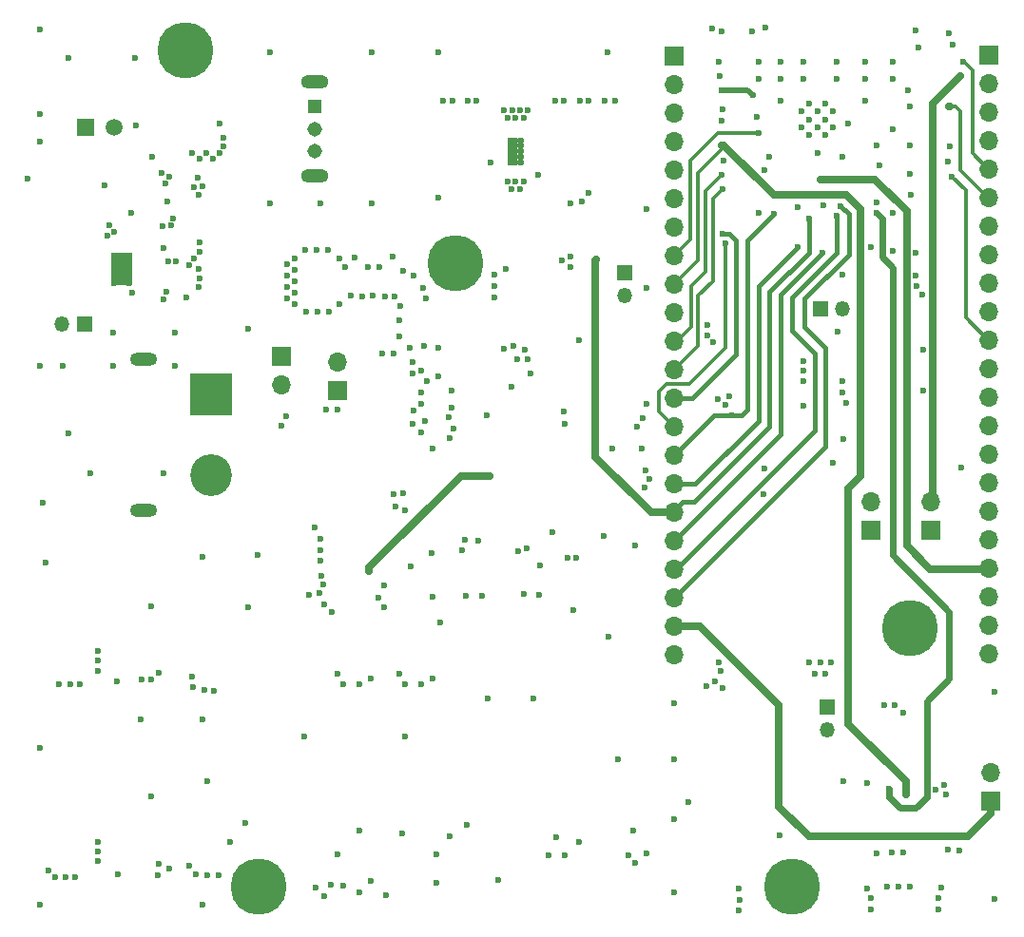
<source format=gbr>
%TF.GenerationSoftware,KiCad,Pcbnew,9.0.0*%
%TF.CreationDate,2025-05-21T17:06:58+02:00*%
%TF.ProjectId,DKWS_PCB,444b5753-5f50-4434-922e-6b696361645f,rev?*%
%TF.SameCoordinates,Original*%
%TF.FileFunction,Copper,L4,Bot*%
%TF.FilePolarity,Positive*%
%FSLAX46Y46*%
G04 Gerber Fmt 4.6, Leading zero omitted, Abs format (unit mm)*
G04 Created by KiCad (PCBNEW 9.0.0) date 2025-05-21 17:06:58*
%MOMM*%
%LPD*%
G01*
G04 APERTURE LIST*
%TA.AperFunction,HeatsinkPad*%
%ADD10C,0.600000*%
%TD*%
%TA.AperFunction,ComponentPad*%
%ADD11R,1.700000X1.700000*%
%TD*%
%TA.AperFunction,ComponentPad*%
%ADD12O,1.700000X1.700000*%
%TD*%
%TA.AperFunction,ComponentPad*%
%ADD13C,0.800000*%
%TD*%
%TA.AperFunction,ComponentPad*%
%ADD14C,5.000000*%
%TD*%
%TA.AperFunction,ComponentPad*%
%ADD15R,1.350000X1.350000*%
%TD*%
%TA.AperFunction,ComponentPad*%
%ADD16O,1.350000X1.350000*%
%TD*%
%TA.AperFunction,ComponentPad*%
%ADD17R,1.308000X1.308000*%
%TD*%
%TA.AperFunction,ComponentPad*%
%ADD18C,1.308000*%
%TD*%
%TA.AperFunction,ComponentPad*%
%ADD19O,2.460000X1.230000*%
%TD*%
%TA.AperFunction,HeatsinkPad*%
%ADD20R,1.900000X2.900000*%
%TD*%
%TA.AperFunction,ComponentPad*%
%ADD21C,1.508000*%
%TD*%
%TA.AperFunction,ComponentPad*%
%ADD22R,1.508000X1.508000*%
%TD*%
%TA.AperFunction,ComponentPad*%
%ADD23C,0.600000*%
%TD*%
%TA.AperFunction,ComponentPad*%
%ADD24R,3.716000X3.716000*%
%TD*%
%TA.AperFunction,ComponentPad*%
%ADD25C,3.716000*%
%TD*%
%TA.AperFunction,ComponentPad*%
%ADD26O,2.400000X1.200000*%
%TD*%
%TA.AperFunction,ViaPad*%
%ADD27C,0.600000*%
%TD*%
%TA.AperFunction,Conductor*%
%ADD28C,0.300000*%
%TD*%
%TA.AperFunction,Conductor*%
%ADD29C,1.000000*%
%TD*%
%TA.AperFunction,Conductor*%
%ADD30C,0.400000*%
%TD*%
%TA.AperFunction,Conductor*%
%ADD31C,0.500000*%
%TD*%
%TA.AperFunction,Conductor*%
%ADD32C,0.700000*%
%TD*%
%TA.AperFunction,Conductor*%
%ADD33C,0.600000*%
%TD*%
%TA.AperFunction,Conductor*%
%ADD34C,0.250000*%
%TD*%
%TA.AperFunction,Conductor*%
%ADD35C,0.750000*%
%TD*%
G04 APERTURE END LIST*
D10*
%TO.P,U1,41,GND*%
%TO.N,3.3V GND*%
X92318500Y-49315500D03*
X92318500Y-50715500D03*
X93018500Y-48615500D03*
X93018500Y-50015500D03*
X93018500Y-51415500D03*
X93718500Y-49315500D03*
X93718500Y-50715500D03*
X94418500Y-48615500D03*
X94418500Y-50015500D03*
X94418500Y-51415500D03*
X95118500Y-49315500D03*
X95118500Y-50715500D03*
%TD*%
D11*
%TO.P,J1,1,Pin_1*%
%TO.N,3.3V GND*%
X108968500Y-44285500D03*
D12*
%TO.P,J1,2,Pin_2*%
%TO.N,Net-(J1-Pin_2)*%
X108968500Y-46825500D03*
%TO.P,J1,3,Pin_3*%
%TO.N,Net-(J1-Pin_3)*%
X108968500Y-49365500D03*
%TO.P,J1,4,Pin_4*%
%TO.N,Voltage Measure*%
X108968500Y-51905500D03*
%TO.P,J1,5,Pin_5*%
%TO.N,Net-(J1-Pin_5)*%
X108968500Y-54445500D03*
%TO.P,J1,6,Pin_6*%
%TO.N,Net-(J1-Pin_6)*%
X108968500Y-56985500D03*
%TO.P,J1,7,Pin_7*%
%TO.N,Net-(J1-Pin_7)*%
X108968500Y-59525500D03*
%TO.P,J1,8,Pin_8*%
%TO.N,Net-(J1-Pin_8)*%
X108968500Y-62065500D03*
%TO.P,J1,9,Pin_9*%
%TO.N,Net-(J1-Pin_9)*%
X108968500Y-64605500D03*
%TO.P,J1,10,Pin_10*%
%TO.N,Net-(J1-Pin_10)*%
X108968500Y-67145500D03*
%TO.P,J1,11,Pin_11*%
%TO.N,Net-(J1-Pin_11)*%
X108968500Y-69685500D03*
%TO.P,J1,12,Pin_12*%
%TO.N,Net-(J1-Pin_12)*%
X108968500Y-72225500D03*
%TO.P,J1,13,Pin_13*%
%TO.N,Net-(J1-Pin_13)*%
X108968500Y-74765500D03*
%TO.P,J1,14,Pin_14*%
%TO.N,Net-(J1-Pin_14)*%
X108968500Y-77305500D03*
%TO.P,J1,15,Pin_15*%
%TO.N,Net-(J1-Pin_15)*%
X108968500Y-79845500D03*
%TO.P,J1,16,Pin_16*%
%TO.N,Net-(J1-Pin_16)*%
X108968500Y-82385500D03*
%TO.P,J1,17,Pin_17*%
%TO.N,Net-(J1-Pin_17)*%
X108968500Y-84925500D03*
%TO.P,J1,18,Pin_18*%
%TO.N,Net-(J1-Pin_18)*%
X108968500Y-87465500D03*
%TO.P,J1,19,Pin_19*%
%TO.N,Net-(J1-Pin_19)*%
X108968500Y-90005500D03*
%TO.P,J1,20,Pin_20*%
%TO.N,Net-(J1-Pin_20)*%
X108968500Y-92545500D03*
%TO.P,J1,21,Pin_21*%
%TO.N,3.3V GND*%
X108968500Y-95085500D03*
%TO.P,J1,22,Pin_22*%
X108968500Y-97625500D03*
%TD*%
D11*
%TO.P,JP3,1,A*%
%TO.N,Net-(JP3-A)*%
X50968500Y-74140500D03*
D12*
%TO.P,JP3,2,B*%
%TO.N,Net-(JP3-B)*%
X50968500Y-71600500D03*
%TD*%
D13*
%TO.P,H2,1*%
%TO.N,3.3V GND*%
X59593500Y-62865500D03*
X60142675Y-61539675D03*
X60142675Y-64191325D03*
X61468500Y-60990500D03*
D14*
X61468500Y-62865500D03*
D13*
X61468500Y-64740500D03*
X62794325Y-61539675D03*
X62794325Y-64191325D03*
X63343500Y-62865500D03*
%TD*%
D15*
%TO.P,JP6,1,A*%
%TO.N,3.3V OUT*%
X93968500Y-66865500D03*
D16*
%TO.P,JP6,2,B*%
%TO.N,Net-(JP6-B)*%
X95968500Y-66865500D03*
%TD*%
D17*
%TO.P,S1,1*%
%TO.N,3.3V GND*%
X48968500Y-48865500D03*
D18*
%TO.P,S1,2*%
%TO.N,Charger GND*%
X48968500Y-50865500D03*
%TO.P,S1,3*%
%TO.N,unconnected-(S1-Pad3)*%
X48968500Y-52865500D03*
D19*
%TO.P,S1,S1,SHIELD*%
%TO.N,3.3V GND*%
X48968500Y-46665500D03*
%TO.P,S1,S2,SHIELD*%
X48968500Y-55065500D03*
%TD*%
D11*
%TO.P,JP9,1,A*%
%TO.N,5V OUT*%
X109158500Y-110740500D03*
D12*
%TO.P,JP9,2,B*%
%TO.N,Net-(D6-A)*%
X109158500Y-108200500D03*
%TD*%
D13*
%TO.P,H1,1*%
%TO.N,3.3V GND*%
X35593500Y-43865500D03*
X36142675Y-42539675D03*
X36142675Y-45191325D03*
X37468500Y-41990500D03*
D14*
X37468500Y-43865500D03*
D13*
X37468500Y-45740500D03*
X38794325Y-42539675D03*
X38794325Y-45191325D03*
X39343500Y-43865500D03*
%TD*%
D11*
%TO.P,JP2,1,A*%
%TO.N,Main_TXD*%
X98468500Y-86620500D03*
D12*
%TO.P,JP2,2,B*%
%TO.N,Net-(J1-Pin_3)*%
X98468500Y-84080500D03*
%TD*%
D11*
%TO.P,J2,1,Pin_1*%
%TO.N,3.3V OUT*%
X80968500Y-44365500D03*
D12*
%TO.P,J2,2,Pin_2*%
X80968500Y-46905500D03*
%TO.P,J2,3,Pin_3*%
%TO.N,Net-(J2-Pin_3)*%
X80968500Y-49445500D03*
%TO.P,J2,4,Pin_4*%
%TO.N,Temperature*%
X80968500Y-51985500D03*
%TO.P,J2,5,Pin_5*%
%TO.N,Sensors PWR*%
X80968500Y-54525500D03*
%TO.P,J2,6,Pin_6*%
%TO.N,Net-(J2-Pin_6)*%
X80968500Y-57065500D03*
%TO.P,J2,7,Pin_7*%
%TO.N,Net-(J2-Pin_7)*%
X80968500Y-59605500D03*
%TO.P,J2,8,Pin_8*%
%TO.N,RS232_TX*%
X80968500Y-62145500D03*
%TO.P,J2,9,Pin_9*%
%TO.N,RS232_RX*%
X80968500Y-64685500D03*
%TO.P,J2,10,Pin_10*%
%TO.N,SDS_RX*%
X80968500Y-67225500D03*
%TO.P,J2,11,Pin_11*%
%TO.N,SDS_TX*%
X80968500Y-69765500D03*
%TO.P,J2,12,Pin_12*%
%TO.N,VEML_SDA*%
X80968500Y-72305500D03*
%TO.P,J2,13,Pin_13*%
%TO.N,Net-(J2-Pin_13)*%
X80968500Y-74845500D03*
%TO.P,J2,14,Pin_14*%
%TO.N,Net-(J2-Pin_14)*%
X80968500Y-77385500D03*
%TO.P,J2,15,Pin_15*%
%TO.N,VEML_SCL*%
X80968500Y-79925500D03*
%TO.P,J2,16,Pin_16*%
%TO.N,ESP-BC RST*%
X80968500Y-82465500D03*
%TO.P,J2,17,Pin_17*%
%TO.N,PSM_EINT*%
X80968500Y-85005500D03*
%TO.P,J2,18,Pin_18*%
%TO.N,Net-(J2-Pin_18)*%
X80968500Y-87545500D03*
%TO.P,J2,19,Pin_19*%
%TO.N,Net-(J2-Pin_19)*%
X80968500Y-90085500D03*
%TO.P,J2,20,Pin_20*%
%TO.N,Net-(J2-Pin_20)*%
X80968500Y-92625500D03*
%TO.P,J2,21,Pin_21*%
%TO.N,5V OUT*%
X80968500Y-95165500D03*
%TO.P,J2,22,Pin_22*%
%TO.N,3.3V GND*%
X80968500Y-97705500D03*
%TD*%
D15*
%TO.P,JP10,1,A*%
%TO.N,SENS GND*%
X94603500Y-102365500D03*
D16*
%TO.P,JP10,2,B*%
%TO.N,Net-(JP10-B)*%
X94603500Y-104365500D03*
%TD*%
D11*
%TO.P,JP1,1,A*%
%TO.N,Main_RXD*%
X103833500Y-86620500D03*
D12*
%TO.P,JP1,2,B*%
%TO.N,Net-(J1-Pin_2)*%
X103833500Y-84080500D03*
%TD*%
D10*
%TO.P,U3,9,EPAD*%
%TO.N,Charger GND*%
X32468500Y-64565500D03*
X32468500Y-63365500D03*
X32468500Y-62165500D03*
D20*
X31768500Y-63365500D03*
D10*
X31068500Y-64565500D03*
X31068500Y-63365500D03*
X31068500Y-62165500D03*
%TD*%
D15*
%TO.P,JP8,1,A*%
%TO.N,Net-(J10-+)*%
X28468500Y-68265500D03*
D16*
%TO.P,JP8,2,B*%
%TO.N,Net-(D1-A)*%
X26468500Y-68265500D03*
%TD*%
D13*
%TO.P,H4,1*%
%TO.N,N/C*%
X42093500Y-118365500D03*
X42642675Y-117039675D03*
X42642675Y-119691325D03*
X43968500Y-116490500D03*
D14*
X43968500Y-118365500D03*
D13*
X43968500Y-120240500D03*
X45294325Y-117039675D03*
X45294325Y-119691325D03*
X45843500Y-118365500D03*
%TD*%
D15*
%TO.P,JP7,1,A*%
%TO.N,3.3V OUT*%
X76546000Y-63665500D03*
D16*
%TO.P,JP7,2,B*%
%TO.N,Net-(JP7-B)*%
X76546000Y-65665500D03*
%TD*%
D11*
%TO.P,JP5,1,A*%
%TO.N,3.3V OUT*%
X45968500Y-71090500D03*
D12*
%TO.P,JP5,2,B*%
%TO.N,Net-(JP5-B)*%
X45968500Y-73630500D03*
%TD*%
D21*
%TO.P,J6,1,1*%
%TO.N,Battery GND*%
X31063800Y-50703000D03*
D22*
%TO.P,J6,2,2*%
%TO.N,Charger OUT*%
X28563800Y-50703000D03*
%TD*%
D23*
%TO.P,U5,16,Pad*%
%TO.N,3.3V GND*%
X67368500Y-53865500D03*
%TO.P,U5,17,Pad*%
X66868500Y-53865500D03*
%TO.P,U5,18,Pad*%
X66368500Y-53865500D03*
%TO.P,U5,19,Pad*%
X67368500Y-53365500D03*
%TO.P,U5,20,Pad*%
X66868500Y-53365500D03*
%TO.P,U5,21,Pad*%
X66368500Y-53365500D03*
%TO.P,U5,22,Pad*%
X67368500Y-52865500D03*
%TO.P,U5,23,Pad*%
X66868500Y-52865500D03*
%TO.P,U5,24,Pad*%
X66368500Y-52865500D03*
%TO.P,U5,25,Pad*%
X67368500Y-52365500D03*
%TO.P,U5,26,Pad*%
X66868500Y-52365500D03*
%TO.P,U5,27,Pad*%
X66368500Y-52365500D03*
%TO.P,U5,28,Pad*%
X67368500Y-51865500D03*
%TO.P,U5,29,Pad*%
X66868500Y-51865500D03*
%TO.P,U5,30,Pad*%
X66368500Y-51865500D03*
%TD*%
D13*
%TO.P,H5,1*%
%TO.N,N/C*%
X89593500Y-118365500D03*
X90142675Y-117039675D03*
X90142675Y-119691325D03*
X91468500Y-116490500D03*
D14*
X91468500Y-118365500D03*
D13*
X91468500Y-120240500D03*
X92794325Y-117039675D03*
X92794325Y-119691325D03*
X93343500Y-118365500D03*
%TD*%
D24*
%TO.P,J10,1,+*%
%TO.N,Net-(J10-+)*%
X39713500Y-74515500D03*
D25*
%TO.P,J10,2,-*%
%TO.N,Charger GND*%
X39713500Y-81715500D03*
D26*
%TO.P,J10,S1*%
%TO.N,N/C*%
X33713500Y-71365500D03*
%TO.P,J10,S2*%
X33713500Y-84865500D03*
%TD*%
D13*
%TO.P,H3,1*%
%TO.N,3.3V GND*%
X100093500Y-95365500D03*
X100642675Y-94039675D03*
X100642675Y-96691325D03*
X101968500Y-93490500D03*
D14*
X101968500Y-95365500D03*
D13*
X101968500Y-97240500D03*
X103294325Y-94039675D03*
X103294325Y-96691325D03*
X103843500Y-95365500D03*
%TD*%
D27*
%TO.N,Net-(J10-+)*%
X35500000Y-61460500D03*
%TO.N,3.3V GND*%
X51146000Y-62440500D03*
X50121000Y-61615500D03*
X46468500Y-65940500D03*
X24500000Y-52000000D03*
X63340000Y-48380000D03*
X48000000Y-105000000D03*
X51691000Y-63165500D03*
X64968500Y-65865500D03*
X92468500Y-44865500D03*
X95968500Y-73365500D03*
X97968500Y-48365500D03*
X96000000Y-78500000D03*
X43000000Y-93500000D03*
X88950000Y-83370000D03*
X64968500Y-63865500D03*
X67968500Y-71365500D03*
X48968500Y-86365500D03*
X55998500Y-83385500D03*
X57778500Y-63955500D03*
X56588500Y-66665500D03*
X100468500Y-50865500D03*
X75000000Y-44000000D03*
X58758500Y-76865500D03*
X73360000Y-56560000D03*
X95468500Y-44865500D03*
X102468500Y-42085500D03*
X65968500Y-63365500D03*
X72020000Y-93730000D03*
X61191000Y-75665500D03*
X78500000Y-65000000D03*
X60000000Y-57000000D03*
X101968500Y-54865500D03*
X75710000Y-48380000D03*
X52968500Y-100365500D03*
X60000000Y-44000000D03*
X52528500Y-62275500D03*
X53178500Y-65755500D03*
X59500000Y-92510000D03*
X87918500Y-42185500D03*
X89128500Y-41865500D03*
X49191000Y-67115500D03*
X61308500Y-77515500D03*
X62590000Y-48380000D03*
X75159500Y-96110000D03*
X105758500Y-43325500D03*
X92500000Y-75550000D03*
X60370000Y-48380000D03*
X95968500Y-53365500D03*
X70968500Y-62555500D03*
X49468500Y-89365500D03*
X97968500Y-44865500D03*
X57658500Y-77105500D03*
X47146000Y-66440500D03*
X49968500Y-75865500D03*
X49778500Y-93195500D03*
X56968500Y-84865500D03*
X56868500Y-83325500D03*
X64968500Y-64865500D03*
X57798500Y-75945500D03*
X98968500Y-57365500D03*
X58468500Y-100365500D03*
X55908500Y-62235500D03*
X50968500Y-99365500D03*
X77688500Y-77415500D03*
X63519500Y-87540000D03*
X97968500Y-46365500D03*
X103078500Y-65655500D03*
X66138500Y-49865500D03*
X95968500Y-63865500D03*
X67265167Y-49225500D03*
X56968500Y-100365500D03*
X78368500Y-82765500D03*
X67568500Y-55575500D03*
X71768500Y-63145500D03*
X105468500Y-42365500D03*
X57468500Y-70365500D03*
X71150000Y-48380000D03*
X94268500Y-57665500D03*
X72540000Y-69690000D03*
X92458500Y-73335500D03*
X49728500Y-91465500D03*
X49468500Y-88365500D03*
X78191000Y-76665500D03*
X61191000Y-74165500D03*
X84328500Y-41915500D03*
X90468500Y-48365500D03*
X46468500Y-63940500D03*
X43010000Y-68630000D03*
X88468500Y-46365500D03*
X57691000Y-72665500D03*
X58468500Y-75365500D03*
X60119500Y-94840000D03*
X66551833Y-49225500D03*
X90468500Y-46365500D03*
X98968500Y-52365500D03*
X33050000Y-50520000D03*
X89038500Y-54525500D03*
X61280000Y-48380000D03*
X66863500Y-49865500D03*
X95468500Y-46365500D03*
X71708500Y-62215500D03*
X50218500Y-67115500D03*
X72240000Y-89100000D03*
X55118500Y-93455500D03*
X96268500Y-75255500D03*
X85518500Y-75445500D03*
X34520000Y-53300000D03*
X100468500Y-46365500D03*
X53691000Y-63165500D03*
X96468500Y-50365500D03*
X67588500Y-49865500D03*
X65808500Y-70485500D03*
X66691000Y-70165500D03*
X54000000Y-57500000D03*
X89468500Y-53365500D03*
X62089500Y-88400000D03*
X60898500Y-76545500D03*
X77500000Y-88000000D03*
X46468500Y-64940500D03*
X40850000Y-51630000D03*
X49121000Y-61615500D03*
X38700000Y-53510000D03*
X66148500Y-55575500D03*
X64290000Y-76340000D03*
X54968500Y-70865500D03*
X56818500Y-63465500D03*
X54691000Y-63165500D03*
X67950000Y-49220000D03*
X66468500Y-73865500D03*
X106500000Y-81000000D03*
X88358500Y-49825500D03*
X59380000Y-88610000D03*
X102088500Y-56725500D03*
X56468500Y-67865500D03*
X71520000Y-89100000D03*
X53968500Y-99865500D03*
X51468500Y-100365500D03*
X92458500Y-71535500D03*
X88468500Y-44865500D03*
X55158500Y-91545500D03*
X58908500Y-65915500D03*
X27000000Y-44500000D03*
X47146000Y-65440500D03*
X59468500Y-79365500D03*
X24500000Y-42000000D03*
X103168500Y-74195500D03*
X40870000Y-52400000D03*
X67080000Y-88500000D03*
X95968500Y-74365500D03*
X55968500Y-70865500D03*
X58468500Y-74365500D03*
X102498500Y-63925500D03*
X103168500Y-70555500D03*
X58468500Y-72365500D03*
X66508500Y-56255500D03*
X76000000Y-107000000D03*
X46430000Y-76420000D03*
X56108500Y-65765500D03*
X85888500Y-74655500D03*
X62409500Y-92440000D03*
X56468500Y-69365500D03*
X84468500Y-69865500D03*
X67278500Y-56255500D03*
X78758500Y-82045500D03*
X92468500Y-46365500D03*
X58968500Y-73365500D03*
X47146000Y-64440500D03*
X90468500Y-44865500D03*
X64409500Y-101610000D03*
X65838500Y-49225500D03*
X46468500Y-62940500D03*
X73370000Y-48380000D03*
X48468500Y-92365500D03*
X59468500Y-99865500D03*
X51146000Y-66440500D03*
X54148500Y-65705500D03*
X50468500Y-93865500D03*
X48191000Y-67115500D03*
X40520000Y-53000000D03*
X85178500Y-42205500D03*
X39270000Y-53030000D03*
X47146000Y-62440500D03*
X33000000Y-44500000D03*
X47146000Y-63440500D03*
X24500000Y-49500000D03*
X54000000Y-44000000D03*
X50968500Y-75865500D03*
X49418500Y-92235500D03*
X38020000Y-53040000D03*
X83968500Y-68365500D03*
X62319500Y-87490000D03*
X66968500Y-71365500D03*
X100468500Y-44865500D03*
X92458500Y-72405500D03*
X70130000Y-86800000D03*
X39910000Y-53520000D03*
X72570000Y-48380000D03*
X58691000Y-70165500D03*
X59968500Y-70365500D03*
X91968500Y-57865500D03*
X88990000Y-81080000D03*
X67638500Y-70545500D03*
X58468500Y-77865500D03*
X45000000Y-44000000D03*
X70400000Y-48380000D03*
X93778500Y-52995500D03*
X49468500Y-87365500D03*
X59968500Y-72865500D03*
X95548500Y-68915500D03*
X45000000Y-57500000D03*
X48121000Y-61615500D03*
X55228500Y-65755500D03*
X49548500Y-90645500D03*
X101968500Y-48865500D03*
X57691000Y-71665500D03*
X56168500Y-84505500D03*
X49500000Y-57500000D03*
X72720000Y-57340000D03*
X74820000Y-48380000D03*
X102528500Y-64815500D03*
X71750000Y-57480000D03*
X60968500Y-78365500D03*
X52198500Y-65675500D03*
X99258500Y-54125500D03*
X67840000Y-88200000D03*
X84848500Y-74965500D03*
X78388500Y-81315500D03*
X45990000Y-77290000D03*
X68409500Y-101610000D03*
X56468500Y-99365500D03*
X66858500Y-55575500D03*
X68148500Y-72665500D03*
X57000000Y-105000000D03*
X101968500Y-52365500D03*
X58578500Y-65015500D03*
X83948500Y-69235500D03*
X54648500Y-92585500D03*
X78500000Y-58000000D03*
X43840000Y-88830000D03*
%TO.N,Net-(J1-Pin_5)*%
X106738400Y-44835500D03*
%TO.N,Net-(J2-Pin_7)*%
X85233000Y-50124300D03*
%TO.N,Net-(J1-Pin_10)*%
X105388500Y-53735500D03*
%TO.N,Net-(J2-Pin_20)*%
X95758500Y-57715500D03*
%TO.N,Voltage Measure*%
X40468500Y-50365500D03*
X102733500Y-43586000D03*
%TO.N,SENS GND*%
X42760000Y-112720000D03*
X40018500Y-100895500D03*
X83858500Y-100535500D03*
X51488500Y-118265500D03*
X50988500Y-115475500D03*
X27638500Y-117535500D03*
X55318500Y-119115500D03*
X24500000Y-120000000D03*
X94968500Y-98365500D03*
X105218500Y-110155500D03*
X39000000Y-103500000D03*
X100968500Y-118365500D03*
X78538500Y-115365500D03*
X29628500Y-115258833D03*
X92968500Y-98365500D03*
X33500000Y-103500000D03*
X77300000Y-113380000D03*
X50368500Y-118235500D03*
X104238500Y-109765500D03*
X49768500Y-119175500D03*
X56710000Y-113650000D03*
X105048500Y-109265500D03*
X33528500Y-99945500D03*
X100648500Y-102235500D03*
X101360000Y-115290000D03*
X104468500Y-119365500D03*
X34958500Y-117315500D03*
X98468500Y-119365500D03*
X65328500Y-117775500D03*
X105360000Y-115100000D03*
X36028500Y-116755500D03*
X39138500Y-100815500D03*
X101968500Y-118365500D03*
X27160000Y-100365500D03*
X86778500Y-119545500D03*
X85138500Y-99175500D03*
X25878500Y-117535500D03*
X29618500Y-99107167D03*
X100370000Y-115290000D03*
X109500000Y-119500000D03*
X38418500Y-117255500D03*
X34438500Y-99945500D03*
X85248500Y-100645500D03*
X81000000Y-107000000D03*
X24500000Y-106000000D03*
X25268500Y-116955500D03*
X84648500Y-100055500D03*
X29628500Y-114395500D03*
X109500000Y-101000000D03*
X39000000Y-120000000D03*
X70448500Y-113955500D03*
X99718500Y-102195500D03*
X86748500Y-120465500D03*
X35078500Y-99305500D03*
X101408500Y-102835500D03*
X84968500Y-98365500D03*
X81000000Y-102000000D03*
X93468500Y-99365500D03*
X106390000Y-115120000D03*
X59800000Y-115480000D03*
X76928500Y-115585500D03*
X39368500Y-117385500D03*
X59840000Y-118030000D03*
X90380000Y-113820000D03*
X86728500Y-118575500D03*
X40398500Y-117315500D03*
X98468500Y-120365500D03*
X29628500Y-116122167D03*
X39000000Y-89000000D03*
X53968500Y-117865500D03*
X26758500Y-117535500D03*
X38108500Y-100555500D03*
X49078500Y-118485500D03*
X26228500Y-100345500D03*
X98118500Y-118545500D03*
X99968500Y-118365500D03*
X69810000Y-115570000D03*
X52968500Y-118865500D03*
X98160000Y-109120000D03*
X104788500Y-118445500D03*
X25000000Y-89500000D03*
X93968500Y-98365500D03*
X28090000Y-100365500D03*
X96000000Y-109000000D03*
X77508500Y-116275500D03*
X104468500Y-120365500D03*
X29618500Y-98243833D03*
X38048500Y-99635500D03*
X37808500Y-116545500D03*
X39410000Y-109010000D03*
X94468500Y-99365500D03*
X35118500Y-116335500D03*
X29618500Y-97380500D03*
%TO.N,12V OUT*%
X98968500Y-115365500D03*
X41468500Y-114365500D03*
%TO.N,Net-(J2-Pin_3)*%
X84968500Y-44865500D03*
%TO.N,Net-(J2-Pin_13)*%
X85324800Y-60221800D03*
%TO.N,Net-(J2-Pin_14)*%
X85536100Y-61082200D03*
%TO.N,Net-(J1-Pin_20)*%
X88468500Y-58365500D03*
%TO.N,Net-(J1-Pin_18)*%
X98468500Y-61365500D03*
%TO.N,Net-(J1-Pin_16)*%
X100468500Y-58365500D03*
%TO.N,Net-(J1-Pin_19)*%
X93968500Y-55365500D03*
%TO.N,Net-(J2-Pin_19)*%
X95468500Y-58565500D03*
%TO.N,Net-(J1-Pin_3)*%
X101799500Y-47375500D03*
%TO.N,Net-(J1-Pin_2)*%
X106468500Y-46105500D03*
%TO.N,Net-(J2-Pin_18)*%
X94206300Y-61865500D03*
%TO.N,Net-(J1-Pin_15)*%
X102468500Y-61865500D03*
%TO.N,Net-(J1-Pin_9)*%
X105478500Y-52435500D03*
%TO.N,VEML_SDA*%
X82218500Y-110835500D03*
X62468500Y-112865500D03*
X85246400Y-56233000D03*
%TO.N,Net-(J1-Pin_11)*%
X105718500Y-55115500D03*
%TO.N,Net-(J2-Pin_6)*%
X85248400Y-49085600D03*
%TO.N,Net-(J1-Pin_6)*%
X105468500Y-48865500D03*
%TO.N,VEML_SCL*%
X86128500Y-76365500D03*
X60968500Y-113865500D03*
X80968500Y-112365500D03*
X89817500Y-58440500D03*
%TO.N,Net-(J1-Pin_17)*%
X100468500Y-61746413D03*
%TO.N,RS232_TX*%
X88498500Y-51185500D03*
X100103500Y-109638000D03*
X98968500Y-58365500D03*
%TO.N,SDS_RX*%
X71190000Y-115610000D03*
X85404400Y-53688100D03*
%TO.N,Net-(U4-CS)*%
X30267500Y-55890500D03*
X32629500Y-58365500D03*
%TO.N,Net-(D4-A)*%
X34398500Y-110345500D03*
X31468500Y-117225500D03*
%TO.N,Net-(D5-A)*%
X31378500Y-100095500D03*
X34388500Y-93365500D03*
%TO.N,RS232_RX*%
X101603500Y-110138000D03*
X85199100Y-52284400D03*
%TO.N,SDS_TX*%
X85185500Y-54964600D03*
X72468500Y-114365500D03*
%TO.N,PSM_EINT*%
X92968500Y-58865500D03*
X74018500Y-62505500D03*
%TO.N,Temperature*%
X52968500Y-113365500D03*
X80968500Y-118865500D03*
X85000500Y-46143400D03*
%TO.N,Net-(U5-EN)*%
X68858500Y-54945500D03*
X64618500Y-53865500D03*
%TO.N,Sensors PWR*%
X85185500Y-47402900D03*
X95138500Y-80625500D03*
X87968500Y-47865500D03*
%TO.N,Main_RXD*%
X78468500Y-75365500D03*
X71168500Y-76065500D03*
%TO.N,Main_TXD*%
X71268500Y-77165500D03*
X78098500Y-79365500D03*
%TO.N,BC660K Reset*%
X57541000Y-89845500D03*
X75468500Y-79365500D03*
%TO.N,BC660K Boot*%
X53760000Y-90260000D03*
X64560000Y-81770000D03*
%TO.N,ESP-BC RST*%
X91968500Y-61365500D03*
%TO.N,Charger GND*%
X36020000Y-55080000D03*
X23410000Y-55300000D03*
X36140000Y-59480000D03*
X38640000Y-56770000D03*
X36350000Y-58830000D03*
X24740000Y-84160000D03*
X30468500Y-60365500D03*
X38730000Y-61000000D03*
X35700000Y-55730000D03*
X36500000Y-69000000D03*
X38720000Y-61850000D03*
X31000000Y-69000000D03*
X37800000Y-63020000D03*
X29000000Y-81500000D03*
X38710000Y-64140000D03*
X35450000Y-59510000D03*
X38630000Y-64930000D03*
X38610000Y-63360000D03*
X31060000Y-59990000D03*
X32710000Y-65410000D03*
X26500000Y-72000000D03*
X39000000Y-56000000D03*
X38210000Y-62420000D03*
X35720000Y-65350000D03*
X36610000Y-62680000D03*
X31000000Y-72000000D03*
X30640000Y-59400000D03*
X35840000Y-57340000D03*
X35470000Y-66010000D03*
X36500000Y-72000000D03*
X35900000Y-62690000D03*
X24500000Y-72000000D03*
X27000000Y-78000000D03*
X35500000Y-81500000D03*
X38180000Y-56070000D03*
X35350000Y-54780000D03*
X37500000Y-65865500D03*
X38570000Y-55240000D03*
%TO.N,Net-(J12-CLK)*%
X68910500Y-92340000D03*
X69031000Y-89744500D03*
%TO.N,Net-(J12-VCC)*%
X74689500Y-87160000D03*
X63830500Y-92490000D03*
X67599500Y-92260000D03*
%TD*%
D28*
%TO.N,Net-(J1-Pin_5)*%
X107528500Y-53035500D02*
X108938500Y-54445500D01*
X108938500Y-54445500D02*
X108968500Y-54445500D01*
X107528500Y-45625500D02*
X107528500Y-53035500D01*
X106738400Y-44835500D02*
X106888400Y-44985500D01*
X106888500Y-44985500D02*
X107528500Y-45625500D01*
D29*
%TO.N,Net-(J2-Pin_20)*%
X80968500Y-92625500D02*
X80968500Y-92520582D01*
D30*
X95758500Y-57715500D02*
X95778500Y-57715500D01*
X92598500Y-68495500D02*
X94468500Y-70365500D01*
X92598500Y-65967248D02*
X92598500Y-68495500D01*
X94468500Y-70365500D02*
X94468500Y-79125500D01*
X96508500Y-62061500D02*
X92602752Y-65967248D01*
X95778500Y-57715500D02*
X96508500Y-58445500D01*
X92602752Y-65967248D02*
X92598500Y-65967248D01*
X94468500Y-79125500D02*
X80968500Y-92625500D01*
X96508500Y-58445500D02*
X96508500Y-62061500D01*
%TO.N,Net-(J2-Pin_13)*%
X82558500Y-74845500D02*
X86468500Y-70935500D01*
D31*
X85331100Y-60215500D02*
X85324800Y-60221800D01*
D30*
X80968500Y-74845500D02*
X82558500Y-74845500D01*
X86468500Y-60775500D02*
X85908500Y-60215500D01*
X86468500Y-70935500D02*
X86468500Y-60775500D01*
X85908500Y-60215500D02*
X85331100Y-60215500D01*
D28*
%TO.N,Net-(J2-Pin_14)*%
X79618500Y-74285500D02*
X80318500Y-73585500D01*
X82327846Y-73585500D02*
X85536100Y-70377246D01*
X80318500Y-73585500D02*
X82327846Y-73585500D01*
X85536100Y-70377246D02*
X85536100Y-61082200D01*
X80968500Y-77385500D02*
X79618500Y-76035500D01*
X79618500Y-76035500D02*
X79618500Y-74285500D01*
D32*
%TO.N,5V OUT*%
X90318500Y-102215500D02*
X90318500Y-111215500D01*
X109198500Y-111822500D02*
X109198500Y-110730000D01*
X90318500Y-111215500D02*
X92968500Y-113865500D01*
X92968500Y-113865500D02*
X107155500Y-113865500D01*
X83268500Y-95165500D02*
X90318500Y-102215500D01*
X107155500Y-113865500D02*
X109198500Y-111822500D01*
X80968500Y-95165500D02*
X83268500Y-95165500D01*
%TO.N,Net-(J1-Pin_19)*%
X101667500Y-87994500D02*
X103758500Y-90085500D01*
X103758500Y-90085500D02*
X109468500Y-90085500D01*
X101667500Y-58197286D02*
X101667500Y-87994500D01*
X98835714Y-55365500D02*
X101667500Y-58197286D01*
X93968500Y-55365500D02*
X98835714Y-55365500D01*
D30*
%TO.N,Net-(J2-Pin_19)*%
X93468500Y-70865500D02*
X93468500Y-77755500D01*
X95468500Y-61865500D02*
X91468500Y-65865500D01*
X93468500Y-77755500D02*
X81138500Y-90085500D01*
X81138500Y-90085500D02*
X80968500Y-90085500D01*
X91468500Y-65865500D02*
X91468500Y-68865500D01*
X95468500Y-58565500D02*
X95468500Y-61865500D01*
X91468500Y-68865500D02*
X93468500Y-70865500D01*
D32*
%TO.N,Net-(J1-Pin_2)*%
X103968500Y-83945500D02*
X103833500Y-84080500D01*
X106468500Y-46105500D02*
X103968500Y-48605500D01*
X103968500Y-48605500D02*
X103968500Y-83945500D01*
D30*
%TO.N,Net-(J2-Pin_18)*%
X94206300Y-61865500D02*
X90468500Y-65603300D01*
X90468500Y-78045500D02*
X80968500Y-87545500D01*
X90468500Y-65603300D02*
X90468500Y-78045500D01*
D28*
%TO.N,VEML_SDA*%
X85246400Y-56233000D02*
X84438500Y-57040900D01*
X84438500Y-64395500D02*
X83119500Y-65714500D01*
X84438500Y-57040900D02*
X84438500Y-64395500D01*
X83119500Y-65714500D02*
X83119500Y-70154500D01*
X83119500Y-70154500D02*
X80968500Y-72305500D01*
%TO.N,Net-(J1-Pin_11)*%
X108968500Y-69685500D02*
X108938500Y-69685500D01*
X106928500Y-67675500D02*
X106928500Y-56325500D01*
X108938500Y-69685500D02*
X106928500Y-67675500D01*
X106928500Y-56325500D02*
X105718500Y-55115500D01*
%TO.N,Net-(J1-Pin_6)*%
X106024000Y-48851000D02*
X106458500Y-49285500D01*
D32*
X105468500Y-48865500D02*
X105483000Y-48851000D01*
D28*
X108908500Y-56985500D02*
X108968500Y-56985500D01*
X106458500Y-49285500D02*
X106458500Y-54535500D01*
X106458500Y-54535500D02*
X108908500Y-56985500D01*
X105483000Y-48851000D02*
X106024000Y-48851000D01*
D30*
%TO.N,VEML_SCL*%
X84528500Y-76365500D02*
X80968500Y-79925500D01*
X86968500Y-76365500D02*
X87468500Y-75865500D01*
X87468500Y-75865500D02*
X87468500Y-60789500D01*
X86128500Y-76365500D02*
X86968500Y-76365500D01*
X86128500Y-76365500D02*
X84528500Y-76365500D01*
X87468500Y-60789500D02*
X89817500Y-58440500D01*
D33*
%TO.N,RS232_TX*%
X99468500Y-62255500D02*
X99468500Y-58865500D01*
D28*
X82398500Y-60715500D02*
X80968500Y-62145500D01*
D33*
X103468500Y-101865500D02*
X105468500Y-99865500D01*
X105468500Y-99865500D02*
X105468500Y-93875500D01*
X103468500Y-110365500D02*
X103468500Y-101865500D01*
X100428500Y-63215500D02*
X99468500Y-62255500D01*
D28*
X82398500Y-53645500D02*
X82398500Y-60715500D01*
X84858500Y-51185500D02*
X82398500Y-53645500D01*
D33*
X105468500Y-93875500D02*
X100428500Y-88835500D01*
X101098500Y-111365500D02*
X102468500Y-111365500D01*
X100428500Y-88835500D02*
X100428500Y-63215500D01*
X100103500Y-109638000D02*
X100103500Y-110370500D01*
X99468500Y-58865500D02*
X98968500Y-58365500D01*
D28*
X88498500Y-51185500D02*
X84858500Y-51185500D01*
D33*
X102468500Y-111365500D02*
X103468500Y-110365500D01*
X100103500Y-110370500D02*
X101098500Y-111365500D01*
D34*
%TO.N,SDS_RX*%
X80968500Y-67225500D02*
X80968500Y-67365500D01*
%TO.N,Net-(U4-CS)*%
X32629500Y-58365500D02*
X32629500Y-58253000D01*
D32*
%TO.N,RS232_RX*%
X101603500Y-109000500D02*
X101603500Y-110138000D01*
X85199100Y-52284400D02*
X85387400Y-52284400D01*
D28*
X85199100Y-52634900D02*
X83088500Y-54745500D01*
D32*
X89858500Y-56755500D02*
X96328500Y-56755500D01*
X97555500Y-57982500D02*
X97555500Y-81778500D01*
D28*
X83088500Y-62565500D02*
X80968500Y-64685500D01*
D32*
X96328500Y-56755500D02*
X97555500Y-57982500D01*
X85387400Y-52284400D02*
X89858500Y-56755500D01*
X97555500Y-81778500D02*
X96468500Y-82865500D01*
D28*
X85199100Y-52284400D02*
X85199100Y-52634900D01*
D32*
X96468500Y-103865500D02*
X101603500Y-109000500D01*
X96468500Y-82865500D02*
X96468500Y-103865500D01*
D28*
X83088500Y-54745500D02*
X83088500Y-62565500D01*
%TO.N,SDS_TX*%
X81209153Y-69765500D02*
X82468500Y-68506154D01*
X83728500Y-56421600D02*
X85185500Y-54964600D01*
X82468500Y-68506154D02*
X82468500Y-64865500D01*
X83728500Y-63605500D02*
X83728500Y-56421600D01*
X82468500Y-64865500D02*
X83728500Y-63605500D01*
D31*
X80968500Y-69765500D02*
X81209153Y-69765500D01*
D30*
%TO.N,PSM_EINT*%
X89468500Y-77365500D02*
X82748500Y-84085500D01*
D32*
X74018500Y-62505500D02*
X73968500Y-62555500D01*
X73968500Y-62555500D02*
X73968500Y-80075786D01*
D30*
X92968500Y-61865500D02*
X89468500Y-65365500D01*
X92968500Y-58865500D02*
X92968500Y-61865500D01*
X80968500Y-84805500D02*
X80968500Y-85005500D01*
X89468500Y-65365500D02*
X89468500Y-77365500D01*
D32*
X73968500Y-80075786D02*
X78898214Y-85005500D01*
D30*
X82748500Y-84085500D02*
X81688500Y-84085500D01*
D32*
X78898214Y-85005500D02*
X80968500Y-85005500D01*
D30*
X81688500Y-84085500D02*
X80968500Y-84805500D01*
D31*
%TO.N,Sensors PWR*%
X87505900Y-47402900D02*
X87968500Y-47865500D01*
X85185500Y-47402900D02*
X87505900Y-47402900D01*
D32*
%TO.N,BC660K Boot*%
X53760000Y-89960000D02*
X53760000Y-90260000D01*
X61970000Y-81750000D02*
X53760000Y-89960000D01*
X64560000Y-81770000D02*
X64540000Y-81750000D01*
X64540000Y-81750000D02*
X61970000Y-81750000D01*
D35*
%TO.N,ESP-BC RST*%
X80968500Y-82465500D02*
X80968500Y-82365500D01*
D30*
X88468500Y-76865500D02*
X88468500Y-64865500D01*
X80968500Y-82465500D02*
X82868500Y-82465500D01*
X88468500Y-64865500D02*
X91968500Y-61365500D01*
X82868500Y-82465500D02*
X88468500Y-76865500D01*
%TD*%
M02*

</source>
